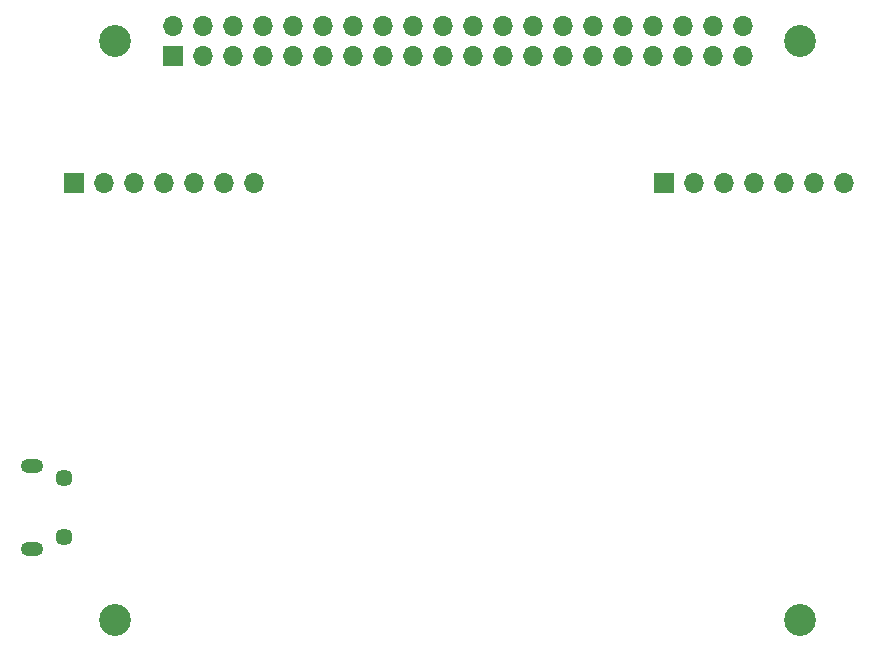
<source format=gbr>
%TF.GenerationSoftware,KiCad,Pcbnew,7.0.8-7.0.8~ubuntu23.04.1*%
%TF.CreationDate,2023-11-21T11:50:57+00:00*%
%TF.ProjectId,baggerdails,62616767-6572-4646-9169-6c732e6b6963,rev?*%
%TF.SameCoordinates,Original*%
%TF.FileFunction,Soldermask,Bot*%
%TF.FilePolarity,Negative*%
%FSLAX46Y46*%
G04 Gerber Fmt 4.6, Leading zero omitted, Abs format (unit mm)*
G04 Created by KiCad (PCBNEW 7.0.8-7.0.8~ubuntu23.04.1) date 2023-11-21 11:50:57*
%MOMM*%
%LPD*%
G01*
G04 APERTURE LIST*
%ADD10C,2.700000*%
%ADD11R,1.700000X1.700000*%
%ADD12O,1.700000X1.700000*%
%ADD13O,1.900000X1.200000*%
%ADD14C,1.450000*%
G04 APERTURE END LIST*
D10*
%TO.C,MH2*%
X161500000Y-47500000D03*
%TD*%
D11*
%TO.C,J104*%
X150000000Y-59500000D03*
D12*
X152540000Y-59500000D03*
X155080000Y-59500000D03*
X157620000Y-59500000D03*
X160160000Y-59500000D03*
X162700000Y-59500000D03*
X165240000Y-59500000D03*
%TD*%
D10*
%TO.C,MH3*%
X103500000Y-96500000D03*
%TD*%
%TO.C,MH1*%
X103500000Y-47500000D03*
%TD*%
D11*
%TO.C,J103*%
X100000000Y-59500000D03*
D12*
X102540000Y-59500000D03*
X105080000Y-59500000D03*
X107620000Y-59500000D03*
X110160000Y-59500000D03*
X112700000Y-59500000D03*
X115240000Y-59500000D03*
%TD*%
D10*
%TO.C,MH4*%
X161500000Y-96500000D03*
%TD*%
D13*
%TO.C,J102*%
X96462500Y-83500000D03*
D14*
X99162500Y-84500000D03*
X99162500Y-89500000D03*
D13*
X96462500Y-90500000D03*
%TD*%
D11*
%TO.C,J101*%
X108370000Y-48770000D03*
D12*
X108370000Y-46230000D03*
X110910000Y-48770000D03*
X110910000Y-46230000D03*
X113450000Y-48770000D03*
X113450000Y-46230000D03*
X115990000Y-48770000D03*
X115990000Y-46230000D03*
X118530000Y-48770000D03*
X118530000Y-46230000D03*
X121070000Y-48770000D03*
X121070000Y-46230000D03*
X123610000Y-48770000D03*
X123610000Y-46230000D03*
X126150000Y-48770000D03*
X126150000Y-46230000D03*
X128690000Y-48770000D03*
X128690000Y-46230000D03*
X131230000Y-48770000D03*
X131230000Y-46230000D03*
X133770000Y-48770000D03*
X133770000Y-46230000D03*
X136310000Y-48770000D03*
X136310000Y-46230000D03*
X138850000Y-48770000D03*
X138850000Y-46230000D03*
X141390000Y-48770000D03*
X141390000Y-46230000D03*
X143930000Y-48770000D03*
X143930000Y-46230000D03*
X146470000Y-48770000D03*
X146470000Y-46230000D03*
X149010000Y-48770000D03*
X149010000Y-46230000D03*
X151550000Y-48770000D03*
X151550000Y-46230000D03*
X154090000Y-48770000D03*
X154090000Y-46230000D03*
X156630000Y-48770000D03*
X156630000Y-46230000D03*
%TD*%
M02*

</source>
